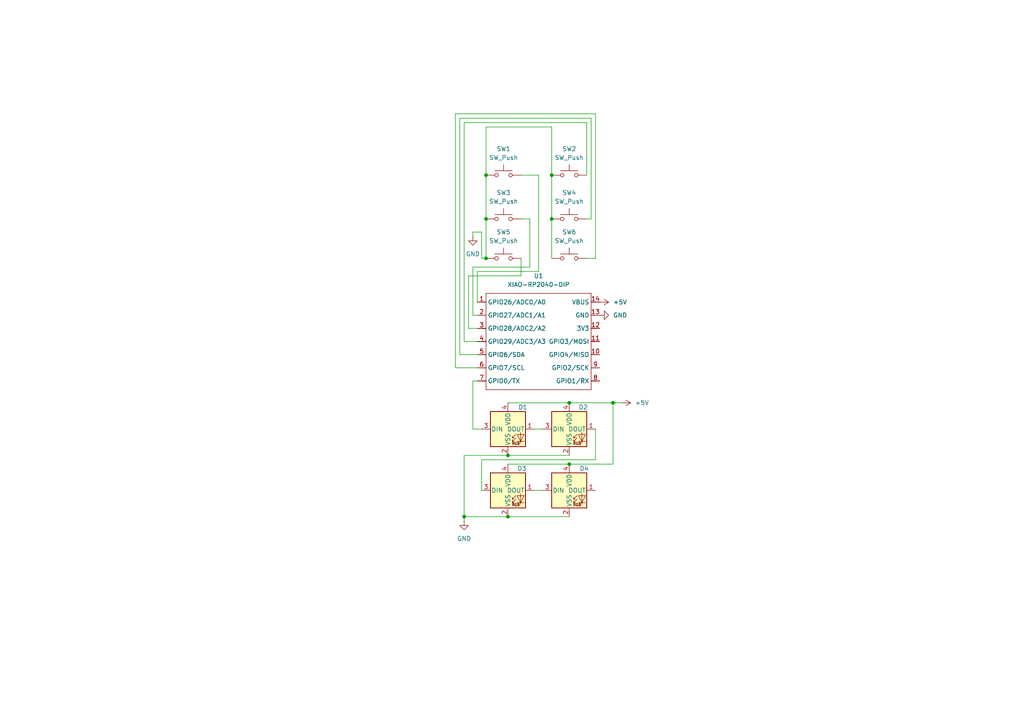
<source format=kicad_sch>
(kicad_sch
	(version 20250114)
	(generator "eeschema")
	(generator_version "9.0")
	(uuid "a1844a58-3e19-4e23-8aae-a4e2423cae22")
	(paper "A4")
	(lib_symbols
		(symbol "LED:SK6812MINI"
			(pin_names
				(offset 0.254)
			)
			(exclude_from_sim no)
			(in_bom yes)
			(on_board yes)
			(property "Reference" "D"
				(at 5.08 5.715 0)
				(effects
					(font
						(size 1.27 1.27)
					)
					(justify right bottom)
				)
			)
			(property "Value" "SK6812MINI"
				(at 1.27 -5.715 0)
				(effects
					(font
						(size 1.27 1.27)
					)
					(justify left top)
				)
			)
			(property "Footprint" "LED_SMD:LED_SK6812MINI_PLCC4_3.5x3.5mm_P1.75mm"
				(at 1.27 -7.62 0)
				(effects
					(font
						(size 1.27 1.27)
					)
					(justify left top)
					(hide yes)
				)
			)
			(property "Datasheet" "https://cdn-shop.adafruit.com/product-files/2686/SK6812MINI_REV.01-1-2.pdf"
				(at 2.54 -9.525 0)
				(effects
					(font
						(size 1.27 1.27)
					)
					(justify left top)
					(hide yes)
				)
			)
			(property "Description" "RGB LED with integrated controller"
				(at 0 0 0)
				(effects
					(font
						(size 1.27 1.27)
					)
					(hide yes)
				)
			)
			(property "ki_keywords" "RGB LED NeoPixel Mini addressable"
				(at 0 0 0)
				(effects
					(font
						(size 1.27 1.27)
					)
					(hide yes)
				)
			)
			(property "ki_fp_filters" "LED*SK6812MINI*PLCC*3.5x3.5mm*P1.75mm*"
				(at 0 0 0)
				(effects
					(font
						(size 1.27 1.27)
					)
					(hide yes)
				)
			)
			(symbol "SK6812MINI_0_0"
				(text "RGB"
					(at 2.286 -4.191 0)
					(effects
						(font
							(size 0.762 0.762)
						)
					)
				)
			)
			(symbol "SK6812MINI_0_1"
				(polyline
					(pts
						(xy 1.27 -2.54) (xy 1.778 -2.54)
					)
					(stroke
						(width 0)
						(type default)
					)
					(fill
						(type none)
					)
				)
				(polyline
					(pts
						(xy 1.27 -3.556) (xy 1.778 -3.556)
					)
					(stroke
						(width 0)
						(type default)
					)
					(fill
						(type none)
					)
				)
				(polyline
					(pts
						(xy 2.286 -1.524) (xy 1.27 -2.54) (xy 1.27 -2.032)
					)
					(stroke
						(width 0)
						(type default)
					)
					(fill
						(type none)
					)
				)
				(polyline
					(pts
						(xy 2.286 -2.54) (xy 1.27 -3.556) (xy 1.27 -3.048)
					)
					(stroke
						(width 0)
						(type default)
					)
					(fill
						(type none)
					)
				)
				(polyline
					(pts
						(xy 3.683 -1.016) (xy 3.683 -3.556) (xy 3.683 -4.064)
					)
					(stroke
						(width 0)
						(type default)
					)
					(fill
						(type none)
					)
				)
				(polyline
					(pts
						(xy 4.699 -1.524) (xy 2.667 -1.524) (xy 3.683 -3.556) (xy 4.699 -1.524)
					)
					(stroke
						(width 0)
						(type default)
					)
					(fill
						(type none)
					)
				)
				(polyline
					(pts
						(xy 4.699 -3.556) (xy 2.667 -3.556)
					)
					(stroke
						(width 0)
						(type default)
					)
					(fill
						(type none)
					)
				)
				(rectangle
					(start 5.08 5.08)
					(end -5.08 -5.08)
					(stroke
						(width 0.254)
						(type default)
					)
					(fill
						(type background)
					)
				)
			)
			(symbol "SK6812MINI_1_1"
				(pin input line
					(at -7.62 0 0)
					(length 2.54)
					(name "DIN"
						(effects
							(font
								(size 1.27 1.27)
							)
						)
					)
					(number "3"
						(effects
							(font
								(size 1.27 1.27)
							)
						)
					)
				)
				(pin power_in line
					(at 0 7.62 270)
					(length 2.54)
					(name "VDD"
						(effects
							(font
								(size 1.27 1.27)
							)
						)
					)
					(number "4"
						(effects
							(font
								(size 1.27 1.27)
							)
						)
					)
				)
				(pin power_in line
					(at 0 -7.62 90)
					(length 2.54)
					(name "VSS"
						(effects
							(font
								(size 1.27 1.27)
							)
						)
					)
					(number "2"
						(effects
							(font
								(size 1.27 1.27)
							)
						)
					)
				)
				(pin output line
					(at 7.62 0 180)
					(length 2.54)
					(name "DOUT"
						(effects
							(font
								(size 1.27 1.27)
							)
						)
					)
					(number "1"
						(effects
							(font
								(size 1.27 1.27)
							)
						)
					)
				)
			)
			(embedded_fonts no)
		)
		(symbol "OPL KICAD HACKPAK:XIAO-RP2040-DIP"
			(exclude_from_sim no)
			(in_bom yes)
			(on_board yes)
			(property "Reference" "U"
				(at 0 0 0)
				(effects
					(font
						(size 1.27 1.27)
					)
				)
			)
			(property "Value" "XIAO-RP2040-DIP"
				(at 5.334 -1.778 0)
				(effects
					(font
						(size 1.27 1.27)
					)
				)
			)
			(property "Footprint" "Module:MOUDLE14P-XIAO-DIP-SMD"
				(at 14.478 -32.258 0)
				(effects
					(font
						(size 1.27 1.27)
					)
					(hide yes)
				)
			)
			(property "Datasheet" ""
				(at 0 0 0)
				(effects
					(font
						(size 1.27 1.27)
					)
					(hide yes)
				)
			)
			(property "Description" ""
				(at 0 0 0)
				(effects
					(font
						(size 1.27 1.27)
					)
					(hide yes)
				)
			)
			(symbol "XIAO-RP2040-DIP_1_0"
				(polyline
					(pts
						(xy -1.27 -2.54) (xy 29.21 -2.54)
					)
					(stroke
						(width 0.1524)
						(type solid)
					)
					(fill
						(type none)
					)
				)
				(polyline
					(pts
						(xy -1.27 -5.08) (xy -2.54 -5.08)
					)
					(stroke
						(width 0.1524)
						(type solid)
					)
					(fill
						(type none)
					)
				)
				(polyline
					(pts
						(xy -1.27 -5.08) (xy -1.27 -2.54)
					)
					(stroke
						(width 0.1524)
						(type solid)
					)
					(fill
						(type none)
					)
				)
				(polyline
					(pts
						(xy -1.27 -8.89) (xy -2.54 -8.89)
					)
					(stroke
						(width 0.1524)
						(type solid)
					)
					(fill
						(type none)
					)
				)
				(polyline
					(pts
						(xy -1.27 -8.89) (xy -1.27 -5.08)
					)
					(stroke
						(width 0.1524)
						(type solid)
					)
					(fill
						(type none)
					)
				)
				(polyline
					(pts
						(xy -1.27 -12.7) (xy -2.54 -12.7)
					)
					(stroke
						(width 0.1524)
						(type solid)
					)
					(fill
						(type none)
					)
				)
				(polyline
					(pts
						(xy -1.27 -12.7) (xy -1.27 -8.89)
					)
					(stroke
						(width 0.1524)
						(type solid)
					)
					(fill
						(type none)
					)
				)
				(polyline
					(pts
						(xy -1.27 -16.51) (xy -2.54 -16.51)
					)
					(stroke
						(width 0.1524)
						(type solid)
					)
					(fill
						(type none)
					)
				)
				(polyline
					(pts
						(xy -1.27 -16.51) (xy -1.27 -12.7)
					)
					(stroke
						(width 0.1524)
						(type solid)
					)
					(fill
						(type none)
					)
				)
				(polyline
					(pts
						(xy -1.27 -20.32) (xy -2.54 -20.32)
					)
					(stroke
						(width 0.1524)
						(type solid)
					)
					(fill
						(type none)
					)
				)
				(polyline
					(pts
						(xy -1.27 -24.13) (xy -2.54 -24.13)
					)
					(stroke
						(width 0.1524)
						(type solid)
					)
					(fill
						(type none)
					)
				)
				(polyline
					(pts
						(xy -1.27 -27.94) (xy -2.54 -27.94)
					)
					(stroke
						(width 0.1524)
						(type solid)
					)
					(fill
						(type none)
					)
				)
				(polyline
					(pts
						(xy -1.27 -30.48) (xy -1.27 -16.51)
					)
					(stroke
						(width 0.1524)
						(type solid)
					)
					(fill
						(type none)
					)
				)
				(polyline
					(pts
						(xy 29.21 -2.54) (xy 29.21 -5.08)
					)
					(stroke
						(width 0.1524)
						(type solid)
					)
					(fill
						(type none)
					)
				)
				(polyline
					(pts
						(xy 29.21 -5.08) (xy 29.21 -8.89)
					)
					(stroke
						(width 0.1524)
						(type solid)
					)
					(fill
						(type none)
					)
				)
				(polyline
					(pts
						(xy 29.21 -8.89) (xy 29.21 -12.7)
					)
					(stroke
						(width 0.1524)
						(type solid)
					)
					(fill
						(type none)
					)
				)
				(polyline
					(pts
						(xy 29.21 -12.7) (xy 29.21 -30.48)
					)
					(stroke
						(width 0.1524)
						(type solid)
					)
					(fill
						(type none)
					)
				)
				(polyline
					(pts
						(xy 29.21 -30.48) (xy -1.27 -30.48)
					)
					(stroke
						(width 0.1524)
						(type solid)
					)
					(fill
						(type none)
					)
				)
				(polyline
					(pts
						(xy 30.48 -5.08) (xy 29.21 -5.08)
					)
					(stroke
						(width 0.1524)
						(type solid)
					)
					(fill
						(type none)
					)
				)
				(polyline
					(pts
						(xy 30.48 -8.89) (xy 29.21 -8.89)
					)
					(stroke
						(width 0.1524)
						(type solid)
					)
					(fill
						(type none)
					)
				)
				(polyline
					(pts
						(xy 30.48 -12.7) (xy 29.21 -12.7)
					)
					(stroke
						(width 0.1524)
						(type solid)
					)
					(fill
						(type none)
					)
				)
				(polyline
					(pts
						(xy 30.48 -16.51) (xy 29.21 -16.51)
					)
					(stroke
						(width 0.1524)
						(type solid)
					)
					(fill
						(type none)
					)
				)
				(polyline
					(pts
						(xy 30.48 -20.32) (xy 29.21 -20.32)
					)
					(stroke
						(width 0.1524)
						(type solid)
					)
					(fill
						(type none)
					)
				)
				(polyline
					(pts
						(xy 30.48 -24.13) (xy 29.21 -24.13)
					)
					(stroke
						(width 0.1524)
						(type solid)
					)
					(fill
						(type none)
					)
				)
				(polyline
					(pts
						(xy 30.48 -27.94) (xy 29.21 -27.94)
					)
					(stroke
						(width 0.1524)
						(type solid)
					)
					(fill
						(type none)
					)
				)
				(pin passive line
					(at -3.81 -5.08 0)
					(length 2.54)
					(name "GPIO26/ADC0/A0"
						(effects
							(font
								(size 1.27 1.27)
							)
						)
					)
					(number "1"
						(effects
							(font
								(size 1.27 1.27)
							)
						)
					)
				)
				(pin passive line
					(at -3.81 -8.89 0)
					(length 2.54)
					(name "GPIO27/ADC1/A1"
						(effects
							(font
								(size 1.27 1.27)
							)
						)
					)
					(number "2"
						(effects
							(font
								(size 1.27 1.27)
							)
						)
					)
				)
				(pin passive line
					(at -3.81 -12.7 0)
					(length 2.54)
					(name "GPIO28/ADC2/A2"
						(effects
							(font
								(size 1.27 1.27)
							)
						)
					)
					(number "3"
						(effects
							(font
								(size 1.27 1.27)
							)
						)
					)
				)
				(pin passive line
					(at -3.81 -16.51 0)
					(length 2.54)
					(name "GPIO29/ADC3/A3"
						(effects
							(font
								(size 1.27 1.27)
							)
						)
					)
					(number "4"
						(effects
							(font
								(size 1.27 1.27)
							)
						)
					)
				)
				(pin passive line
					(at -3.81 -20.32 0)
					(length 2.54)
					(name "GPIO6/SDA"
						(effects
							(font
								(size 1.27 1.27)
							)
						)
					)
					(number "5"
						(effects
							(font
								(size 1.27 1.27)
							)
						)
					)
				)
				(pin passive line
					(at -3.81 -24.13 0)
					(length 2.54)
					(name "GPIO7/SCL"
						(effects
							(font
								(size 1.27 1.27)
							)
						)
					)
					(number "6"
						(effects
							(font
								(size 1.27 1.27)
							)
						)
					)
				)
				(pin passive line
					(at -3.81 -27.94 0)
					(length 2.54)
					(name "GPIO0/TX"
						(effects
							(font
								(size 1.27 1.27)
							)
						)
					)
					(number "7"
						(effects
							(font
								(size 1.27 1.27)
							)
						)
					)
				)
				(pin passive line
					(at 31.75 -5.08 180)
					(length 2.54)
					(name "VBUS"
						(effects
							(font
								(size 1.27 1.27)
							)
						)
					)
					(number "14"
						(effects
							(font
								(size 1.27 1.27)
							)
						)
					)
				)
				(pin passive line
					(at 31.75 -8.89 180)
					(length 2.54)
					(name "GND"
						(effects
							(font
								(size 1.27 1.27)
							)
						)
					)
					(number "13"
						(effects
							(font
								(size 1.27 1.27)
							)
						)
					)
				)
				(pin passive line
					(at 31.75 -12.7 180)
					(length 2.54)
					(name "3V3"
						(effects
							(font
								(size 1.27 1.27)
							)
						)
					)
					(number "12"
						(effects
							(font
								(size 1.27 1.27)
							)
						)
					)
				)
				(pin passive line
					(at 31.75 -16.51 180)
					(length 2.54)
					(name "GPIO3/MOSI"
						(effects
							(font
								(size 1.27 1.27)
							)
						)
					)
					(number "11"
						(effects
							(font
								(size 1.27 1.27)
							)
						)
					)
				)
				(pin passive line
					(at 31.75 -20.32 180)
					(length 2.54)
					(name "GPIO4/MISO"
						(effects
							(font
								(size 1.27 1.27)
							)
						)
					)
					(number "10"
						(effects
							(font
								(size 1.27 1.27)
							)
						)
					)
				)
				(pin passive line
					(at 31.75 -24.13 180)
					(length 2.54)
					(name "GPIO2/SCK"
						(effects
							(font
								(size 1.27 1.27)
							)
						)
					)
					(number "9"
						(effects
							(font
								(size 1.27 1.27)
							)
						)
					)
				)
				(pin passive line
					(at 31.75 -27.94 180)
					(length 2.54)
					(name "GPIO1/RX"
						(effects
							(font
								(size 1.27 1.27)
							)
						)
					)
					(number "8"
						(effects
							(font
								(size 1.27 1.27)
							)
						)
					)
				)
			)
			(embedded_fonts no)
		)
		(symbol "Switch:SW_Push"
			(pin_numbers
				(hide yes)
			)
			(pin_names
				(offset 1.016)
				(hide yes)
			)
			(exclude_from_sim no)
			(in_bom yes)
			(on_board yes)
			(property "Reference" "SW"
				(at 1.27 2.54 0)
				(effects
					(font
						(size 1.27 1.27)
					)
					(justify left)
				)
			)
			(property "Value" "SW_Push"
				(at 0 -1.524 0)
				(effects
					(font
						(size 1.27 1.27)
					)
				)
			)
			(property "Footprint" ""
				(at 0 5.08 0)
				(effects
					(font
						(size 1.27 1.27)
					)
					(hide yes)
				)
			)
			(property "Datasheet" "~"
				(at 0 5.08 0)
				(effects
					(font
						(size 1.27 1.27)
					)
					(hide yes)
				)
			)
			(property "Description" "Push button switch, generic, two pins"
				(at 0 0 0)
				(effects
					(font
						(size 1.27 1.27)
					)
					(hide yes)
				)
			)
			(property "ki_keywords" "switch normally-open pushbutton push-button"
				(at 0 0 0)
				(effects
					(font
						(size 1.27 1.27)
					)
					(hide yes)
				)
			)
			(symbol "SW_Push_0_1"
				(circle
					(center -2.032 0)
					(radius 0.508)
					(stroke
						(width 0)
						(type default)
					)
					(fill
						(type none)
					)
				)
				(polyline
					(pts
						(xy 0 1.27) (xy 0 3.048)
					)
					(stroke
						(width 0)
						(type default)
					)
					(fill
						(type none)
					)
				)
				(circle
					(center 2.032 0)
					(radius 0.508)
					(stroke
						(width 0)
						(type default)
					)
					(fill
						(type none)
					)
				)
				(polyline
					(pts
						(xy 2.54 1.27) (xy -2.54 1.27)
					)
					(stroke
						(width 0)
						(type default)
					)
					(fill
						(type none)
					)
				)
				(pin passive line
					(at -5.08 0 0)
					(length 2.54)
					(name "1"
						(effects
							(font
								(size 1.27 1.27)
							)
						)
					)
					(number "1"
						(effects
							(font
								(size 1.27 1.27)
							)
						)
					)
				)
				(pin passive line
					(at 5.08 0 180)
					(length 2.54)
					(name "2"
						(effects
							(font
								(size 1.27 1.27)
							)
						)
					)
					(number "2"
						(effects
							(font
								(size 1.27 1.27)
							)
						)
					)
				)
			)
			(embedded_fonts no)
		)
		(symbol "power:+5V"
			(power)
			(pin_numbers
				(hide yes)
			)
			(pin_names
				(offset 0)
				(hide yes)
			)
			(exclude_from_sim no)
			(in_bom yes)
			(on_board yes)
			(property "Reference" "#PWR"
				(at 0 -3.81 0)
				(effects
					(font
						(size 1.27 1.27)
					)
					(hide yes)
				)
			)
			(property "Value" "+5V"
				(at 0 3.556 0)
				(effects
					(font
						(size 1.27 1.27)
					)
				)
			)
			(property "Footprint" ""
				(at 0 0 0)
				(effects
					(font
						(size 1.27 1.27)
					)
					(hide yes)
				)
			)
			(property "Datasheet" ""
				(at 0 0 0)
				(effects
					(font
						(size 1.27 1.27)
					)
					(hide yes)
				)
			)
			(property "Description" "Power symbol creates a global label with name \"+5V\""
				(at 0 0 0)
				(effects
					(font
						(size 1.27 1.27)
					)
					(hide yes)
				)
			)
			(property "ki_keywords" "global power"
				(at 0 0 0)
				(effects
					(font
						(size 1.27 1.27)
					)
					(hide yes)
				)
			)
			(symbol "+5V_0_1"
				(polyline
					(pts
						(xy -0.762 1.27) (xy 0 2.54)
					)
					(stroke
						(width 0)
						(type default)
					)
					(fill
						(type none)
					)
				)
				(polyline
					(pts
						(xy 0 2.54) (xy 0.762 1.27)
					)
					(stroke
						(width 0)
						(type default)
					)
					(fill
						(type none)
					)
				)
				(polyline
					(pts
						(xy 0 0) (xy 0 2.54)
					)
					(stroke
						(width 0)
						(type default)
					)
					(fill
						(type none)
					)
				)
			)
			(symbol "+5V_1_1"
				(pin power_in line
					(at 0 0 90)
					(length 0)
					(name "~"
						(effects
							(font
								(size 1.27 1.27)
							)
						)
					)
					(number "1"
						(effects
							(font
								(size 1.27 1.27)
							)
						)
					)
				)
			)
			(embedded_fonts no)
		)
		(symbol "power:GND"
			(power)
			(pin_numbers
				(hide yes)
			)
			(pin_names
				(offset 0)
				(hide yes)
			)
			(exclude_from_sim no)
			(in_bom yes)
			(on_board yes)
			(property "Reference" "#PWR"
				(at 0 -6.35 0)
				(effects
					(font
						(size 1.27 1.27)
					)
					(hide yes)
				)
			)
			(property "Value" "GND"
				(at 0 -3.81 0)
				(effects
					(font
						(size 1.27 1.27)
					)
				)
			)
			(property "Footprint" ""
				(at 0 0 0)
				(effects
					(font
						(size 1.27 1.27)
					)
					(hide yes)
				)
			)
			(property "Datasheet" ""
				(at 0 0 0)
				(effects
					(font
						(size 1.27 1.27)
					)
					(hide yes)
				)
			)
			(property "Description" "Power symbol creates a global label with name \"GND\" , ground"
				(at 0 0 0)
				(effects
					(font
						(size 1.27 1.27)
					)
					(hide yes)
				)
			)
			(property "ki_keywords" "global power"
				(at 0 0 0)
				(effects
					(font
						(size 1.27 1.27)
					)
					(hide yes)
				)
			)
			(symbol "GND_0_1"
				(polyline
					(pts
						(xy 0 0) (xy 0 -1.27) (xy 1.27 -1.27) (xy 0 -2.54) (xy -1.27 -1.27) (xy 0 -1.27)
					)
					(stroke
						(width 0)
						(type default)
					)
					(fill
						(type none)
					)
				)
			)
			(symbol "GND_1_1"
				(pin power_in line
					(at 0 0 270)
					(length 0)
					(name "~"
						(effects
							(font
								(size 1.27 1.27)
							)
						)
					)
					(number "1"
						(effects
							(font
								(size 1.27 1.27)
							)
						)
					)
				)
			)
			(embedded_fonts no)
		)
	)
	(junction
		(at 147.32 132.08)
		(diameter 0)
		(color 0 0 0 0)
		(uuid "0afe6b5f-e260-4778-9e73-e2b510458934")
	)
	(junction
		(at 165.1 116.84)
		(diameter 0)
		(color 0 0 0 0)
		(uuid "146b4ac5-2730-4334-b576-6c2325094d7a")
	)
	(junction
		(at 160.02 50.8)
		(diameter 0)
		(color 0 0 0 0)
		(uuid "465a0051-4e91-4dda-ab6c-b77a58274cba")
	)
	(junction
		(at 147.32 149.86)
		(diameter 0)
		(color 0 0 0 0)
		(uuid "805f4edd-6355-4172-bd6a-a27adb42c4cc")
	)
	(junction
		(at 140.97 63.5)
		(diameter 0)
		(color 0 0 0 0)
		(uuid "912352a3-a9fd-448c-a759-a9c3ec2daed3")
	)
	(junction
		(at 134.62 149.86)
		(diameter 0)
		(color 0 0 0 0)
		(uuid "b7816e54-8d36-4623-bc65-19de1a272218")
	)
	(junction
		(at 160.02 63.5)
		(diameter 0)
		(color 0 0 0 0)
		(uuid "b8fd6d6b-4c81-4541-b149-4761c1c64483")
	)
	(junction
		(at 177.8 116.84)
		(diameter 0)
		(color 0 0 0 0)
		(uuid "dee99c25-dfcc-45f9-89c1-9e273e86a7d8")
	)
	(junction
		(at 140.97 74.93)
		(diameter 0)
		(color 0 0 0 0)
		(uuid "dfb03631-f86d-4bd3-b679-3a184af01dac")
	)
	(junction
		(at 165.1 134.62)
		(diameter 0)
		(color 0 0 0 0)
		(uuid "e5de2191-f2fd-423f-915e-b8a3142191bc")
	)
	(junction
		(at 140.97 50.8)
		(diameter 0)
		(color 0 0 0 0)
		(uuid "e7d4b2bf-2530-45b7-ba3b-c9bb25ff5eea")
	)
	(wire
		(pts
			(xy 140.97 36.83) (xy 140.97 50.8)
		)
		(stroke
			(width 0)
			(type default)
		)
		(uuid "01ab998a-1967-40c3-a216-724dec44dc96")
	)
	(wire
		(pts
			(xy 138.43 110.49) (xy 137.16 110.49)
		)
		(stroke
			(width 0)
			(type default)
		)
		(uuid "088d4886-0c47-404c-a25b-faba4741076a")
	)
	(wire
		(pts
			(xy 140.97 74.93) (xy 139.7 74.93)
		)
		(stroke
			(width 0)
			(type default)
		)
		(uuid "09c6be82-3800-47d7-8d07-11bf81e87079")
	)
	(wire
		(pts
			(xy 132.08 106.68) (xy 138.43 106.68)
		)
		(stroke
			(width 0)
			(type default)
		)
		(uuid "0bb9bfb2-8c38-4d56-ac2b-837a20aca595")
	)
	(wire
		(pts
			(xy 147.32 132.08) (xy 165.1 132.08)
		)
		(stroke
			(width 0)
			(type default)
		)
		(uuid "0ee7e244-75a8-4748-ba6f-14bad80168c0")
	)
	(wire
		(pts
			(xy 134.62 35.56) (xy 134.62 99.06)
		)
		(stroke
			(width 0)
			(type default)
		)
		(uuid "0f055866-bd05-4cd1-895c-237d9a4c9c21")
	)
	(wire
		(pts
			(xy 170.18 74.93) (xy 172.72 74.93)
		)
		(stroke
			(width 0)
			(type default)
		)
		(uuid "18b0ff31-de6d-42b0-85a0-ac656998e2bc")
	)
	(wire
		(pts
			(xy 147.32 132.08) (xy 134.62 132.08)
		)
		(stroke
			(width 0)
			(type default)
		)
		(uuid "1adf1627-b51c-4e4d-bd23-4ba3234d859d")
	)
	(wire
		(pts
			(xy 139.7 67.31) (xy 137.16 67.31)
		)
		(stroke
			(width 0)
			(type default)
		)
		(uuid "21db8ab6-b69b-45f8-be23-c5db2f621986")
	)
	(wire
		(pts
			(xy 160.02 36.83) (xy 140.97 36.83)
		)
		(stroke
			(width 0)
			(type default)
		)
		(uuid "22fe2503-3153-44f6-b4e3-64bac399f027")
	)
	(wire
		(pts
			(xy 134.62 132.08) (xy 134.62 149.86)
		)
		(stroke
			(width 0)
			(type default)
		)
		(uuid "2b0330f1-a077-4e3a-bd82-efca3c51ab74")
	)
	(wire
		(pts
			(xy 160.02 63.5) (xy 160.02 74.93)
		)
		(stroke
			(width 0)
			(type default)
		)
		(uuid "2d0e7395-49f6-4e35-afa2-6c1f61d2cfb4")
	)
	(wire
		(pts
			(xy 154.94 124.46) (xy 157.48 124.46)
		)
		(stroke
			(width 0)
			(type default)
		)
		(uuid "333becab-12d8-4ba3-b648-9990dacbb12f")
	)
	(wire
		(pts
			(xy 137.16 110.49) (xy 137.16 124.46)
		)
		(stroke
			(width 0)
			(type default)
		)
		(uuid "33698e8d-b840-4780-923d-72ff6299f62b")
	)
	(wire
		(pts
			(xy 156.21 50.8) (xy 156.21 78.74)
		)
		(stroke
			(width 0)
			(type default)
		)
		(uuid "35dcc5a8-a2d0-4efb-8b61-aefdd8306eb3")
	)
	(wire
		(pts
			(xy 170.18 50.8) (xy 170.18 35.56)
		)
		(stroke
			(width 0)
			(type default)
		)
		(uuid "3f275bd9-da34-4f45-bdd6-589a85ca42fa")
	)
	(wire
		(pts
			(xy 160.02 50.8) (xy 160.02 63.5)
		)
		(stroke
			(width 0)
			(type default)
		)
		(uuid "4bc2906b-f127-4bad-add4-95040ea2e78b")
	)
	(wire
		(pts
			(xy 147.32 149.86) (xy 165.1 149.86)
		)
		(stroke
			(width 0)
			(type default)
		)
		(uuid "50dfb791-6433-47d6-b735-f8662067474a")
	)
	(wire
		(pts
			(xy 170.18 63.5) (xy 171.45 63.5)
		)
		(stroke
			(width 0)
			(type default)
		)
		(uuid "529850d2-6938-48d1-96d6-0c0678cc0092")
	)
	(wire
		(pts
			(xy 171.45 63.5) (xy 171.45 34.29)
		)
		(stroke
			(width 0)
			(type default)
		)
		(uuid "54c94407-be20-4681-ac56-7168ef964f40")
	)
	(wire
		(pts
			(xy 137.16 67.31) (xy 137.16 68.58)
		)
		(stroke
			(width 0)
			(type default)
		)
		(uuid "551c3cca-cd8a-47ee-af50-2999564c3425")
	)
	(wire
		(pts
			(xy 151.13 50.8) (xy 156.21 50.8)
		)
		(stroke
			(width 0)
			(type default)
		)
		(uuid "552e4434-d2e5-4ebe-b0df-310474805955")
	)
	(wire
		(pts
			(xy 172.72 33.02) (xy 132.08 33.02)
		)
		(stroke
			(width 0)
			(type default)
		)
		(uuid "574a7373-a24a-457e-8873-bc2e434ba4f8")
	)
	(wire
		(pts
			(xy 133.35 102.87) (xy 138.43 102.87)
		)
		(stroke
			(width 0)
			(type default)
		)
		(uuid "5f2c5b2f-633b-431d-b1e8-a5dd6248d125")
	)
	(wire
		(pts
			(xy 137.16 77.47) (xy 137.16 91.44)
		)
		(stroke
			(width 0)
			(type default)
		)
		(uuid "63b1e0bd-a093-4f2c-ae3a-abf0d5002ee5")
	)
	(wire
		(pts
			(xy 151.13 80.01) (xy 135.89 80.01)
		)
		(stroke
			(width 0)
			(type default)
		)
		(uuid "662d1683-8d81-44e0-88dc-f4bedb7220e4")
	)
	(wire
		(pts
			(xy 139.7 74.93) (xy 139.7 67.31)
		)
		(stroke
			(width 0)
			(type default)
		)
		(uuid "6b909215-0719-4cb0-8f0a-63ef1853b9ff")
	)
	(wire
		(pts
			(xy 153.67 77.47) (xy 137.16 77.47)
		)
		(stroke
			(width 0)
			(type default)
		)
		(uuid "71101c72-852f-4641-843c-d70e59df6636")
	)
	(wire
		(pts
			(xy 172.72 74.93) (xy 172.72 33.02)
		)
		(stroke
			(width 0)
			(type default)
		)
		(uuid "7bba0adb-31da-4380-bbf4-d5d0ddac585f")
	)
	(wire
		(pts
			(xy 137.16 91.44) (xy 138.43 91.44)
		)
		(stroke
			(width 0)
			(type default)
		)
		(uuid "7e110e4b-d6fc-4040-b361-e9399e5c3f56")
	)
	(wire
		(pts
			(xy 134.62 149.86) (xy 147.32 149.86)
		)
		(stroke
			(width 0)
			(type default)
		)
		(uuid "8f0bbbc8-929f-48b2-8e83-638e8d5b84ae")
	)
	(wire
		(pts
			(xy 172.72 133.35) (xy 139.7 133.35)
		)
		(stroke
			(width 0)
			(type default)
		)
		(uuid "95528576-8e50-42d2-8230-c04ba018f535")
	)
	(wire
		(pts
			(xy 151.13 63.5) (xy 153.67 63.5)
		)
		(stroke
			(width 0)
			(type default)
		)
		(uuid "977a6040-3dd0-49d5-9e2d-30db922f0e78")
	)
	(wire
		(pts
			(xy 151.13 74.93) (xy 151.13 80.01)
		)
		(stroke
			(width 0)
			(type default)
		)
		(uuid "9a04283d-2004-4b18-9aa1-23ae5b7d12af")
	)
	(wire
		(pts
			(xy 172.72 124.46) (xy 172.72 133.35)
		)
		(stroke
			(width 0)
			(type default)
		)
		(uuid "9b14d3cd-49b2-45dc-a482-0b6c4096882e")
	)
	(wire
		(pts
			(xy 137.16 124.46) (xy 139.7 124.46)
		)
		(stroke
			(width 0)
			(type default)
		)
		(uuid "a0775ba0-279f-409e-b0ef-6e9f64fd6503")
	)
	(wire
		(pts
			(xy 134.62 99.06) (xy 138.43 99.06)
		)
		(stroke
			(width 0)
			(type default)
		)
		(uuid "a1068c4a-4690-4d93-b426-316d0a2eb9e5")
	)
	(wire
		(pts
			(xy 140.97 50.8) (xy 140.97 63.5)
		)
		(stroke
			(width 0)
			(type default)
		)
		(uuid "a2ddccc6-020d-49f3-8613-e00d3e4a042f")
	)
	(wire
		(pts
			(xy 140.97 63.5) (xy 140.97 74.93)
		)
		(stroke
			(width 0)
			(type default)
		)
		(uuid "a315dfde-995e-4dfc-9fc8-8b4dc3dabad4")
	)
	(wire
		(pts
			(xy 177.8 116.84) (xy 180.34 116.84)
		)
		(stroke
			(width 0)
			(type default)
		)
		(uuid "aa61436b-746a-49a6-bec4-47b6b286a2f7")
	)
	(wire
		(pts
			(xy 165.1 116.84) (xy 177.8 116.84)
		)
		(stroke
			(width 0)
			(type default)
		)
		(uuid "ac5cac7f-7ead-4797-9c43-082769bda1ce")
	)
	(wire
		(pts
			(xy 135.89 95.25) (xy 138.43 95.25)
		)
		(stroke
			(width 0)
			(type default)
		)
		(uuid "b21b714d-f704-47f0-ae43-7f63f022eda8")
	)
	(wire
		(pts
			(xy 177.8 116.84) (xy 177.8 134.62)
		)
		(stroke
			(width 0)
			(type default)
		)
		(uuid "b72ede29-30e7-4810-b596-cd97c267c554")
	)
	(wire
		(pts
			(xy 171.45 34.29) (xy 133.35 34.29)
		)
		(stroke
			(width 0)
			(type default)
		)
		(uuid "bb3b2621-346a-4c04-97d1-06d1b8c6afdf")
	)
	(wire
		(pts
			(xy 170.18 35.56) (xy 134.62 35.56)
		)
		(stroke
			(width 0)
			(type default)
		)
		(uuid "c22eed9d-f3ea-4014-bcb6-fc12ed41ddf4")
	)
	(wire
		(pts
			(xy 177.8 134.62) (xy 165.1 134.62)
		)
		(stroke
			(width 0)
			(type default)
		)
		(uuid "c23dd3b4-d332-4200-b363-e405dda7f88f")
	)
	(wire
		(pts
			(xy 139.7 133.35) (xy 139.7 142.24)
		)
		(stroke
			(width 0)
			(type default)
		)
		(uuid "c4ebdc13-e7e5-4032-bb6b-c805139b8c9a")
	)
	(wire
		(pts
			(xy 133.35 34.29) (xy 133.35 102.87)
		)
		(stroke
			(width 0)
			(type default)
		)
		(uuid "cb5224fd-b06d-4c04-9c03-acf688e6c4cb")
	)
	(wire
		(pts
			(xy 147.32 116.84) (xy 165.1 116.84)
		)
		(stroke
			(width 0)
			(type default)
		)
		(uuid "cd08c13e-543a-4ca3-9dca-f7cd9a4f0202")
	)
	(wire
		(pts
			(xy 147.32 134.62) (xy 165.1 134.62)
		)
		(stroke
			(width 0)
			(type default)
		)
		(uuid "ce41ac37-1ae4-4104-af9f-0b85839c47d7")
	)
	(wire
		(pts
			(xy 153.67 63.5) (xy 153.67 77.47)
		)
		(stroke
			(width 0)
			(type default)
		)
		(uuid "d0f092a1-45ba-44d1-9335-755ae3789b6a")
	)
	(wire
		(pts
			(xy 132.08 33.02) (xy 132.08 106.68)
		)
		(stroke
			(width 0)
			(type default)
		)
		(uuid "dea477af-8a9f-4db2-8ea7-319e47b4d157")
	)
	(wire
		(pts
			(xy 160.02 50.8) (xy 160.02 36.83)
		)
		(stroke
			(width 0)
			(type default)
		)
		(uuid "f26b6184-ae68-4b44-a7be-08418e5ddcd9")
	)
	(wire
		(pts
			(xy 154.94 142.24) (xy 157.48 142.24)
		)
		(stroke
			(width 0)
			(type default)
		)
		(uuid "f6467bbb-ee54-4090-bece-a0e7b111e4bd")
	)
	(wire
		(pts
			(xy 156.21 78.74) (xy 138.43 78.74)
		)
		(stroke
			(width 0)
			(type default)
		)
		(uuid "f6529446-6d31-4bac-85df-87367dd5d4ab")
	)
	(wire
		(pts
			(xy 135.89 80.01) (xy 135.89 95.25)
		)
		(stroke
			(width 0)
			(type default)
		)
		(uuid "f8618542-6156-47ac-91cb-784f6b88241b")
	)
	(wire
		(pts
			(xy 138.43 78.74) (xy 138.43 87.63)
		)
		(stroke
			(width 0)
			(type default)
		)
		(uuid "fd04a2d6-3775-4ee7-88b3-ee8ca053fd0b")
	)
	(wire
		(pts
			(xy 134.62 149.86) (xy 134.62 151.13)
		)
		(stroke
			(width 0)
			(type default)
		)
		(uuid "ff57d694-4db0-4586-aa35-e688fd60ace4")
	)
	(symbol
		(lib_id "Switch:SW_Push")
		(at 165.1 50.8 0)
		(unit 1)
		(exclude_from_sim no)
		(in_bom yes)
		(on_board yes)
		(dnp no)
		(fields_autoplaced yes)
		(uuid "0d31aa21-ce02-4f29-8e65-a16596149811")
		(property "Reference" "SW2"
			(at 165.1 43.18 0)
			(effects
				(font
					(size 1.27 1.27)
				)
			)
		)
		(property "Value" "SW_Push"
			(at 165.1 45.72 0)
			(effects
				(font
					(size 1.27 1.27)
				)
			)
		)
		(property "Footprint" "Button_Switch_Keyboard:SW_Cherry_MX_1.00u_PCB"
			(at 165.1 45.72 0)
			(effects
				(font
					(size 1.27 1.27)
				)
				(hide yes)
			)
		)
		(property "Datasheet" "~"
			(at 165.1 45.72 0)
			(effects
				(font
					(size 1.27 1.27)
				)
				(hide yes)
			)
		)
		(property "Description" "Push button switch, generic, two pins"
			(at 165.1 50.8 0)
			(effects
				(font
					(size 1.27 1.27)
				)
				(hide yes)
			)
		)
		(pin "2"
			(uuid "0338e264-89c9-411b-aac9-f45935bfec86")
		)
		(pin "1"
			(uuid "d29c84e6-4ec7-4dae-8cf6-17915dca25bb")
		)
		(instances
			(project ""
				(path "/a1844a58-3e19-4e23-8aae-a4e2423cae22"
					(reference "SW2")
					(unit 1)
				)
			)
		)
	)
	(symbol
		(lib_id "power:GND")
		(at 134.62 151.13 0)
		(unit 1)
		(exclude_from_sim no)
		(in_bom yes)
		(on_board yes)
		(dnp no)
		(fields_autoplaced yes)
		(uuid "177d363b-ae1e-4d8e-8d66-c121b2621f1a")
		(property "Reference" "#PWR02"
			(at 134.62 157.48 0)
			(effects
				(font
					(size 1.27 1.27)
				)
				(hide yes)
			)
		)
		(property "Value" "GND"
			(at 134.62 156.21 0)
			(effects
				(font
					(size 1.27 1.27)
				)
			)
		)
		(property "Footprint" ""
			(at 134.62 151.13 0)
			(effects
				(font
					(size 1.27 1.27)
				)
				(hide yes)
			)
		)
		(property "Datasheet" ""
			(at 134.62 151.13 0)
			(effects
				(font
					(size 1.27 1.27)
				)
				(hide yes)
			)
		)
		(property "Description" "Power symbol creates a global label with name \"GND\" , ground"
			(at 134.62 151.13 0)
			(effects
				(font
					(size 1.27 1.27)
				)
				(hide yes)
			)
		)
		(pin "1"
			(uuid "b3c2e2db-c2c0-490e-aeae-a3d26b19e7ba")
		)
		(instances
			(project ""
				(path "/a1844a58-3e19-4e23-8aae-a4e2423cae22"
					(reference "#PWR02")
					(unit 1)
				)
			)
		)
	)
	(symbol
		(lib_id "LED:SK6812MINI")
		(at 147.32 124.46 0)
		(unit 1)
		(exclude_from_sim no)
		(in_bom yes)
		(on_board yes)
		(dnp no)
		(uuid "19f87f51-3b5d-4ea2-973b-0a46bed91f20")
		(property "Reference" "D1"
			(at 151.638 118.11 0)
			(effects
				(font
					(size 1.27 1.27)
				)
			)
		)
		(property "Value" "SK6812MINI"
			(at 160.02 120.5798 0)
			(effects
				(font
					(size 1.27 1.27)
				)
				(hide yes)
			)
		)
		(property "Footprint" "LED_SMD:LED_SK6812MINI_PLCC4_3.5x3.5mm_P1.75mm"
			(at 148.59 132.08 0)
			(effects
				(font
					(size 1.27 1.27)
				)
				(justify left top)
				(hide yes)
			)
		)
		(property "Datasheet" "https://cdn-shop.adafruit.com/product-files/2686/SK6812MINI_REV.01-1-2.pdf"
			(at 149.86 133.985 0)
			(effects
				(font
					(size 1.27 1.27)
				)
				(justify left top)
				(hide yes)
			)
		)
		(property "Description" "RGB LED with integrated controller"
			(at 147.32 124.46 0)
			(effects
				(font
					(size 1.27 1.27)
				)
				(hide yes)
			)
		)
		(pin "3"
			(uuid "8fd7ca4c-a743-493c-82ab-76305d4b26a8")
		)
		(pin "4"
			(uuid "c6f853f8-7c60-4485-901b-e19df5d0d464")
		)
		(pin "1"
			(uuid "78f00885-4e76-482d-a524-66129774e253")
		)
		(pin "2"
			(uuid "5c46889e-c590-4a1e-9688-98e9d2a19e5b")
		)
		(instances
			(project ""
				(path "/a1844a58-3e19-4e23-8aae-a4e2423cae22"
					(reference "D1")
					(unit 1)
				)
			)
		)
	)
	(symbol
		(lib_id "power:+5V")
		(at 173.99 87.63 270)
		(unit 1)
		(exclude_from_sim no)
		(in_bom yes)
		(on_board yes)
		(dnp no)
		(fields_autoplaced yes)
		(uuid "2c19849c-7f6c-4fb5-a49b-80f3e46bd4f2")
		(property "Reference" "#PWR04"
			(at 170.18 87.63 0)
			(effects
				(font
					(size 1.27 1.27)
				)
				(hide yes)
			)
		)
		(property "Value" "+5V"
			(at 177.8 87.6299 90)
			(effects
				(font
					(size 1.27 1.27)
				)
				(justify left)
			)
		)
		(property "Footprint" ""
			(at 173.99 87.63 0)
			(effects
				(font
					(size 1.27 1.27)
				)
				(hide yes)
			)
		)
		(property "Datasheet" ""
			(at 173.99 87.63 0)
			(effects
				(font
					(size 1.27 1.27)
				)
				(hide yes)
			)
		)
		(property "Description" "Power symbol creates a global label with name \"+5V\""
			(at 173.99 87.63 0)
			(effects
				(font
					(size 1.27 1.27)
				)
				(hide yes)
			)
		)
		(pin "1"
			(uuid "7f9e24c8-ffe2-4ef2-a7c1-89d27765eb99")
		)
		(instances
			(project ""
				(path "/a1844a58-3e19-4e23-8aae-a4e2423cae22"
					(reference "#PWR04")
					(unit 1)
				)
			)
		)
	)
	(symbol
		(lib_id "LED:SK6812MINI")
		(at 165.1 142.24 0)
		(unit 1)
		(exclude_from_sim no)
		(in_bom yes)
		(on_board yes)
		(dnp no)
		(uuid "2f82295f-7acf-44d1-800b-7565eade2ffc")
		(property "Reference" "D4"
			(at 169.418 135.89 0)
			(effects
				(font
					(size 1.27 1.27)
				)
			)
		)
		(property "Value" "SK6812MINI"
			(at 177.8 138.3598 0)
			(effects
				(font
					(size 1.27 1.27)
				)
				(hide yes)
			)
		)
		(property "Footprint" "LED_SMD:LED_SK6812MINI_PLCC4_3.5x3.5mm_P1.75mm"
			(at 166.37 149.86 0)
			(effects
				(font
					(size 1.27 1.27)
				)
				(justify left top)
				(hide yes)
			)
		)
		(property "Datasheet" "https://cdn-shop.adafruit.com/product-files/2686/SK6812MINI_REV.01-1-2.pdf"
			(at 167.64 151.765 0)
			(effects
				(font
					(size 1.27 1.27)
				)
				(justify left top)
				(hide yes)
			)
		)
		(property "Description" "RGB LED with integrated controller"
			(at 165.1 142.24 0)
			(effects
				(font
					(size 1.27 1.27)
				)
				(hide yes)
			)
		)
		(pin "3"
			(uuid "0aab17a3-a3bf-4c8e-8201-e9e560a58317")
		)
		(pin "4"
			(uuid "535130ce-92e5-438b-9b90-c5bb92eb2224")
		)
		(pin "1"
			(uuid "e0e16abd-94eb-42f8-9264-d4139cb95fb6")
		)
		(pin "2"
			(uuid "407b36a0-95b9-4fdb-936b-eca506aa36eb")
		)
		(instances
			(project "HACKPAD VENOM"
				(path "/a1844a58-3e19-4e23-8aae-a4e2423cae22"
					(reference "D4")
					(unit 1)
				)
			)
		)
	)
	(symbol
		(lib_id "power:GND")
		(at 173.99 91.44 90)
		(unit 1)
		(exclude_from_sim no)
		(in_bom yes)
		(on_board yes)
		(dnp no)
		(fields_autoplaced yes)
		(uuid "37c29933-f665-4189-9495-0d2db30a5509")
		(property "Reference" "#PWR05"
			(at 180.34 91.44 0)
			(effects
				(font
					(size 1.27 1.27)
				)
				(hide yes)
			)
		)
		(property "Value" "GND"
			(at 177.8 91.4399 90)
			(effects
				(font
					(size 1.27 1.27)
				)
				(justify right)
			)
		)
		(property "Footprint" ""
			(at 173.99 91.44 0)
			(effects
				(font
					(size 1.27 1.27)
				)
				(hide yes)
			)
		)
		(property "Datasheet" ""
			(at 173.99 91.44 0)
			(effects
				(font
					(size 1.27 1.27)
				)
				(hide yes)
			)
		)
		(property "Description" "Power symbol creates a global label with name \"GND\" , ground"
			(at 173.99 91.44 0)
			(effects
				(font
					(size 1.27 1.27)
				)
				(hide yes)
			)
		)
		(pin "1"
			(uuid "48ab3ea4-6cb2-4d07-ad0c-96190dd1feda")
		)
		(instances
			(project ""
				(path "/a1844a58-3e19-4e23-8aae-a4e2423cae22"
					(reference "#PWR05")
					(unit 1)
				)
			)
		)
	)
	(symbol
		(lib_id "Switch:SW_Push")
		(at 165.1 63.5 0)
		(unit 1)
		(exclude_from_sim no)
		(in_bom yes)
		(on_board yes)
		(dnp no)
		(uuid "3a96c52c-12fa-4200-b692-dc92ef983ccf")
		(property "Reference" "SW4"
			(at 165.1 55.88 0)
			(effects
				(font
					(size 1.27 1.27)
				)
			)
		)
		(property "Value" "SW_Push"
			(at 165.1 58.42 0)
			(effects
				(font
					(size 1.27 1.27)
				)
			)
		)
		(property "Footprint" "Button_Switch_Keyboard:SW_Cherry_MX_1.00u_PCB"
			(at 165.1 58.42 0)
			(effects
				(font
					(size 1.27 1.27)
				)
				(hide yes)
			)
		)
		(property "Datasheet" "~"
			(at 165.1 58.42 0)
			(effects
				(font
					(size 1.27 1.27)
				)
				(hide yes)
			)
		)
		(property "Description" "Push button switch, generic, two pins"
			(at 165.1 63.5 0)
			(effects
				(font
					(size 1.27 1.27)
				)
				(hide yes)
			)
		)
		(pin "2"
			(uuid "ce0d5c2e-38dd-4f5b-8a1c-2e70c187718e")
		)
		(pin "1"
			(uuid "b0cc9b23-bc4a-43fc-ab7f-a0d01ac5fe4e")
		)
		(instances
			(project ""
				(path "/a1844a58-3e19-4e23-8aae-a4e2423cae22"
					(reference "SW4")
					(unit 1)
				)
			)
		)
	)
	(symbol
		(lib_id "Switch:SW_Push")
		(at 146.05 63.5 0)
		(unit 1)
		(exclude_from_sim no)
		(in_bom yes)
		(on_board yes)
		(dnp no)
		(uuid "435892a7-a8eb-48c5-b689-9da5e96701a9")
		(property "Reference" "SW3"
			(at 146.05 55.88 0)
			(effects
				(font
					(size 1.27 1.27)
				)
			)
		)
		(property "Value" "SW_Push"
			(at 146.05 58.42 0)
			(effects
				(font
					(size 1.27 1.27)
				)
			)
		)
		(property "Footprint" "Button_Switch_Keyboard:SW_Cherry_MX_1.00u_PCB"
			(at 146.05 58.42 0)
			(effects
				(font
					(size 1.27 1.27)
				)
				(hide yes)
			)
		)
		(property "Datasheet" "~"
			(at 146.05 58.42 0)
			(effects
				(font
					(size 1.27 1.27)
				)
				(hide yes)
			)
		)
		(property "Description" "Push button switch, generic, two pins"
			(at 146.05 63.5 0)
			(effects
				(font
					(size 1.27 1.27)
				)
				(hide yes)
			)
		)
		(pin "1"
			(uuid "a1722125-02fc-4a01-b3e8-730fafec4502")
		)
		(pin "2"
			(uuid "2b93be5b-dd6f-4f53-bb52-0c0593f110b6")
		)
		(instances
			(project ""
				(path "/a1844a58-3e19-4e23-8aae-a4e2423cae22"
					(reference "SW3")
					(unit 1)
				)
			)
		)
	)
	(symbol
		(lib_id "power:+5V")
		(at 180.34 116.84 270)
		(unit 1)
		(exclude_from_sim no)
		(in_bom yes)
		(on_board yes)
		(dnp no)
		(fields_autoplaced yes)
		(uuid "52a352d6-9aeb-438f-9e50-bdb33a2a9b2a")
		(property "Reference" "#PWR03"
			(at 176.53 116.84 0)
			(effects
				(font
					(size 1.27 1.27)
				)
				(hide yes)
			)
		)
		(property "Value" "+5V"
			(at 184.15 116.8399 90)
			(effects
				(font
					(size 1.27 1.27)
				)
				(justify left)
			)
		)
		(property "Footprint" ""
			(at 180.34 116.84 0)
			(effects
				(font
					(size 1.27 1.27)
				)
				(hide yes)
			)
		)
		(property "Datasheet" ""
			(at 180.34 116.84 0)
			(effects
				(font
					(size 1.27 1.27)
				)
				(hide yes)
			)
		)
		(property "Description" "Power symbol creates a global label with name \"+5V\""
			(at 180.34 116.84 0)
			(effects
				(font
					(size 1.27 1.27)
				)
				(hide yes)
			)
		)
		(pin "1"
			(uuid "2df9978f-e19e-40c9-b68d-de571fc9a34c")
		)
		(instances
			(project ""
				(path "/a1844a58-3e19-4e23-8aae-a4e2423cae22"
					(reference "#PWR03")
					(unit 1)
				)
			)
		)
	)
	(symbol
		(lib_id "power:GND")
		(at 137.16 68.58 0)
		(unit 1)
		(exclude_from_sim no)
		(in_bom yes)
		(on_board yes)
		(dnp no)
		(fields_autoplaced yes)
		(uuid "5791ce62-cf07-470f-a0f6-05850d62c6dc")
		(property "Reference" "#PWR01"
			(at 137.16 74.93 0)
			(effects
				(font
					(size 1.27 1.27)
				)
				(hide yes)
			)
		)
		(property "Value" "GND"
			(at 137.16 73.66 0)
			(effects
				(font
					(size 1.27 1.27)
				)
			)
		)
		(property "Footprint" ""
			(at 137.16 68.58 0)
			(effects
				(font
					(size 1.27 1.27)
				)
				(hide yes)
			)
		)
		(property "Datasheet" ""
			(at 137.16 68.58 0)
			(effects
				(font
					(size 1.27 1.27)
				)
				(hide yes)
			)
		)
		(property "Description" "Power symbol creates a global label with name \"GND\" , ground"
			(at 137.16 68.58 0)
			(effects
				(font
					(size 1.27 1.27)
				)
				(hide yes)
			)
		)
		(pin "1"
			(uuid "e96f20c6-2ebb-4b0b-b307-15ef79703468")
		)
		(instances
			(project ""
				(path "/a1844a58-3e19-4e23-8aae-a4e2423cae22"
					(reference "#PWR01")
					(unit 1)
				)
			)
		)
	)
	(symbol
		(lib_id "LED:SK6812MINI")
		(at 165.1 124.46 0)
		(unit 1)
		(exclude_from_sim no)
		(in_bom yes)
		(on_board yes)
		(dnp no)
		(uuid "632f02ff-8e66-4cf7-8590-7851eaabc377")
		(property "Reference" "D2"
			(at 169.164 118.11 0)
			(effects
				(font
					(size 1.27 1.27)
				)
			)
		)
		(property "Value" "SK6812MINI"
			(at 177.8 120.5798 0)
			(effects
				(font
					(size 1.27 1.27)
				)
				(hide yes)
			)
		)
		(property "Footprint" "LED_SMD:LED_SK6812MINI_PLCC4_3.5x3.5mm_P1.75mm"
			(at 166.37 132.08 0)
			(effects
				(font
					(size 1.27 1.27)
				)
				(justify left top)
				(hide yes)
			)
		)
		(property "Datasheet" "https://cdn-shop.adafruit.com/product-files/2686/SK6812MINI_REV.01-1-2.pdf"
			(at 167.64 133.985 0)
			(effects
				(font
					(size 1.27 1.27)
				)
				(justify left top)
				(hide yes)
			)
		)
		(property "Description" "RGB LED with integrated controller"
			(at 165.1 124.46 0)
			(effects
				(font
					(size 1.27 1.27)
				)
				(hide yes)
			)
		)
		(pin "3"
			(uuid "aa08e25c-d463-4019-97b4-cd8aaa42c424")
		)
		(pin "4"
			(uuid "86b8f8f0-1857-43ad-b302-5b3dec7a05c3")
		)
		(pin "1"
			(uuid "d4bd1ea1-cfcf-4ff7-b534-f36e0c327477")
		)
		(pin "2"
			(uuid "e3cca6ff-3f98-4dc8-80b4-c101d778383d")
		)
		(instances
			(project "HACKPAD VENOM"
				(path "/a1844a58-3e19-4e23-8aae-a4e2423cae22"
					(reference "D2")
					(unit 1)
				)
			)
		)
	)
	(symbol
		(lib_id "Switch:SW_Push")
		(at 146.05 74.93 0)
		(unit 1)
		(exclude_from_sim no)
		(in_bom yes)
		(on_board yes)
		(dnp no)
		(fields_autoplaced yes)
		(uuid "7f298b14-4451-4014-b0e1-5267136ca893")
		(property "Reference" "SW5"
			(at 146.05 67.31 0)
			(effects
				(font
					(size 1.27 1.27)
				)
			)
		)
		(property "Value" "SW_Push"
			(at 146.05 69.85 0)
			(effects
				(font
					(size 1.27 1.27)
				)
			)
		)
		(property "Footprint" "Button_Switch_Keyboard:SW_Cherry_MX_1.00u_PCB"
			(at 146.05 69.85 0)
			(effects
				(font
					(size 1.27 1.27)
				)
				(hide yes)
			)
		)
		(property "Datasheet" "~"
			(at 146.05 69.85 0)
			(effects
				(font
					(size 1.27 1.27)
				)
				(hide yes)
			)
		)
		(property "Description" "Push button switch, generic, two pins"
			(at 146.05 74.93 0)
			(effects
				(font
					(size 1.27 1.27)
				)
				(hide yes)
			)
		)
		(pin "1"
			(uuid "f8674c83-ba44-43f0-8507-d171dd5501c3")
		)
		(pin "2"
			(uuid "ce9c23b1-0143-4b41-9c2c-278cb8b8d213")
		)
		(instances
			(project "HACKPAD VENOM"
				(path "/a1844a58-3e19-4e23-8aae-a4e2423cae22"
					(reference "SW5")
					(unit 1)
				)
			)
		)
	)
	(symbol
		(lib_id "OPL KICAD HACKPAK:XIAO-RP2040-DIP")
		(at 142.24 82.55 0)
		(unit 1)
		(exclude_from_sim no)
		(in_bom yes)
		(on_board yes)
		(dnp no)
		(uuid "acf86b08-559e-486e-8ee5-c00293bb404f")
		(property "Reference" "U1"
			(at 156.21 80.01 0)
			(effects
				(font
					(size 1.27 1.27)
				)
			)
		)
		(property "Value" "XIAO-RP2040-DIP"
			(at 156.21 82.55 0)
			(effects
				(font
					(size 1.27 1.27)
				)
			)
		)
		(property "Footprint" "OPL HACKPAD LIB:XIAO-RP2040-DIP"
			(at 156.718 114.808 0)
			(effects
				(font
					(size 1.27 1.27)
				)
				(hide yes)
			)
		)
		(property "Datasheet" ""
			(at 142.24 82.55 0)
			(effects
				(font
					(size 1.27 1.27)
				)
				(hide yes)
			)
		)
		(property "Description" ""
			(at 142.24 82.55 0)
			(effects
				(font
					(size 1.27 1.27)
				)
				(hide yes)
			)
		)
		(pin "12"
			(uuid "03b8f482-4e27-4565-8f7f-c5d895275aba")
		)
		(pin "10"
			(uuid "23ea2859-8590-4ec5-8f17-c68be816c17a")
		)
		(pin "1"
			(uuid "bbb8b4be-f5b7-4542-b824-ea9abac3596c")
		)
		(pin "14"
			(uuid "15c2a9b2-a27c-4974-a79b-275e72780856")
		)
		(pin "5"
			(uuid "069113ef-ccd1-4a73-b534-679e2a525b1a")
		)
		(pin "4"
			(uuid "8c479a9b-1a09-48fa-a039-40bb691934f2")
		)
		(pin "7"
			(uuid "ae8e44c8-3e43-41a1-a15d-5e10cec6865a")
		)
		(pin "11"
			(uuid "4647d288-3371-45f7-be6c-e4647beaf7ac")
		)
		(pin "13"
			(uuid "628b6d30-bb4e-4499-a147-87fba7557855")
		)
		(pin "3"
			(uuid "b1283ab2-de26-49c1-aca0-735087fa2e9f")
		)
		(pin "8"
			(uuid "41997be7-cfff-4732-8143-ff66e5ff0f0c")
		)
		(pin "2"
			(uuid "7eff6ede-c48e-41a3-b05a-f57e28c52c34")
		)
		(pin "9"
			(uuid "09a577ec-5cd2-4061-a114-72ec187fdb95")
		)
		(pin "6"
			(uuid "59739c40-f2c0-4ee3-b225-fb87ab9f8c19")
		)
		(instances
			(project ""
				(path "/a1844a58-3e19-4e23-8aae-a4e2423cae22"
					(reference "U1")
					(unit 1)
				)
			)
		)
	)
	(symbol
		(lib_id "Switch:SW_Push")
		(at 146.05 50.8 0)
		(unit 1)
		(exclude_from_sim no)
		(in_bom yes)
		(on_board yes)
		(dnp no)
		(fields_autoplaced yes)
		(uuid "ca5efb16-404c-4ed4-835b-fe1360f2a03a")
		(property "Reference" "SW1"
			(at 146.05 43.18 0)
			(effects
				(font
					(size 1.27 1.27)
				)
			)
		)
		(property "Value" "SW_Push"
			(at 146.05 45.72 0)
			(effects
				(font
					(size 1.27 1.27)
				)
			)
		)
		(property "Footprint" "Button_Switch_Keyboard:SW_Cherry_MX_1.00u_PCB"
			(at 146.05 45.72 0)
			(effects
				(font
					(size 1.27 1.27)
				)
				(hide yes)
			)
		)
		(property "Datasheet" "~"
			(at 146.05 45.72 0)
			(effects
				(font
					(size 1.27 1.27)
				)
				(hide yes)
			)
		)
		(property "Description" "Push button switch, generic, two pins"
			(at 146.05 50.8 0)
			(effects
				(font
					(size 1.27 1.27)
				)
				(hide yes)
			)
		)
		(pin "1"
			(uuid "c1f977f6-d072-4eb5-ac20-84c3133fa61b")
		)
		(pin "2"
			(uuid "8f60d834-d97a-41eb-bb5a-b9feaea87202")
		)
		(instances
			(project ""
				(path "/a1844a58-3e19-4e23-8aae-a4e2423cae22"
					(reference "SW1")
					(unit 1)
				)
			)
		)
	)
	(symbol
		(lib_id "LED:SK6812MINI")
		(at 147.32 142.24 0)
		(unit 1)
		(exclude_from_sim no)
		(in_bom yes)
		(on_board yes)
		(dnp no)
		(uuid "d05981c7-4fdc-4ed7-8751-3d15ca620c9b")
		(property "Reference" "D3"
			(at 151.384 135.89 0)
			(effects
				(font
					(size 1.27 1.27)
				)
			)
		)
		(property "Value" "SK6812MINI"
			(at 160.02 138.3598 0)
			(effects
				(font
					(size 1.27 1.27)
				)
				(hide yes)
			)
		)
		(property "Footprint" "LED_SMD:LED_SK6812MINI_PLCC4_3.5x3.5mm_P1.75mm"
			(at 148.59 149.86 0)
			(effects
				(font
					(size 1.27 1.27)
				)
				(justify left top)
				(hide yes)
			)
		)
		(property "Datasheet" "https://cdn-shop.adafruit.com/product-files/2686/SK6812MINI_REV.01-1-2.pdf"
			(at 149.86 151.765 0)
			(effects
				(font
					(size 1.27 1.27)
				)
				(justify left top)
				(hide yes)
			)
		)
		(property "Description" "RGB LED with integrated controller"
			(at 147.32 142.24 0)
			(effects
				(font
					(size 1.27 1.27)
				)
				(hide yes)
			)
		)
		(pin "3"
			(uuid "1a5655f4-d698-4db9-abb8-f605344cb7ea")
		)
		(pin "4"
			(uuid "4c7e8dc2-0a01-407d-8dfb-3312f514b6fb")
		)
		(pin "1"
			(uuid "6a8fb5f6-7819-4ead-be28-cc8e27b5bdb2")
		)
		(pin "2"
			(uuid "5dd5ccc0-d9ab-4002-9d86-afe8e7fbd8d7")
		)
		(instances
			(project "HACKPAD VENOM"
				(path "/a1844a58-3e19-4e23-8aae-a4e2423cae22"
					(reference "D3")
					(unit 1)
				)
			)
		)
	)
	(symbol
		(lib_id "Switch:SW_Push")
		(at 165.1 74.93 0)
		(unit 1)
		(exclude_from_sim no)
		(in_bom yes)
		(on_board yes)
		(dnp no)
		(fields_autoplaced yes)
		(uuid "f70c89aa-4cd3-43b2-8f68-9b7fe3e51f9b")
		(property "Reference" "SW6"
			(at 165.1 67.31 0)
			(effects
				(font
					(size 1.27 1.27)
				)
			)
		)
		(property "Value" "SW_Push"
			(at 165.1 69.85 0)
			(effects
				(font
					(size 1.27 1.27)
				)
			)
		)
		(property "Footprint" "Button_Switch_Keyboard:SW_Cherry_MX_1.00u_PCB"
			(at 165.1 69.85 0)
			(effects
				(font
					(size 1.27 1.27)
				)
				(hide yes)
			)
		)
		(property "Datasheet" "~"
			(at 165.1 69.85 0)
			(effects
				(font
					(size 1.27 1.27)
				)
				(hide yes)
			)
		)
		(property "Description" "Push button switch, generic, two pins"
			(at 165.1 74.93 0)
			(effects
				(font
					(size 1.27 1.27)
				)
				(hide yes)
			)
		)
		(pin "2"
			(uuid "854abec0-16b2-49f0-ada5-b5132f1e8c79")
		)
		(pin "1"
			(uuid "eca1b7c4-8287-4c9c-89fe-be3928ebb8d7")
		)
		(instances
			(project "HACKPAD VENOM"
				(path "/a1844a58-3e19-4e23-8aae-a4e2423cae22"
					(reference "SW6")
					(unit 1)
				)
			)
		)
	)
	(sheet_instances
		(path "/"
			(page "1")
		)
	)
	(embedded_fonts no)
)

</source>
